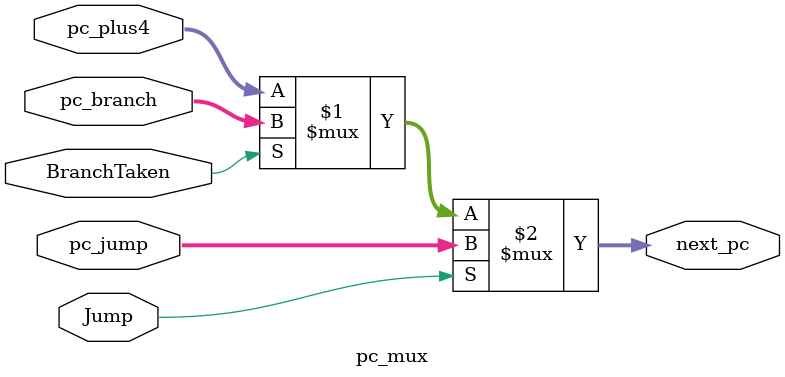
<source format=v>
module pc_mux (
    input  wire [31:0] pc_plus4,
    input  wire [31:0] pc_branch,
    input  wire [31:0] pc_jump,
    input  wire        BranchTaken,
    input  wire        Jump,
    output wire [31:0] next_pc
);

    assign next_pc = (Jump)        ? pc_jump   :
                     (BranchTaken) ? pc_branch :
                                     pc_plus4;

endmodule

</source>
